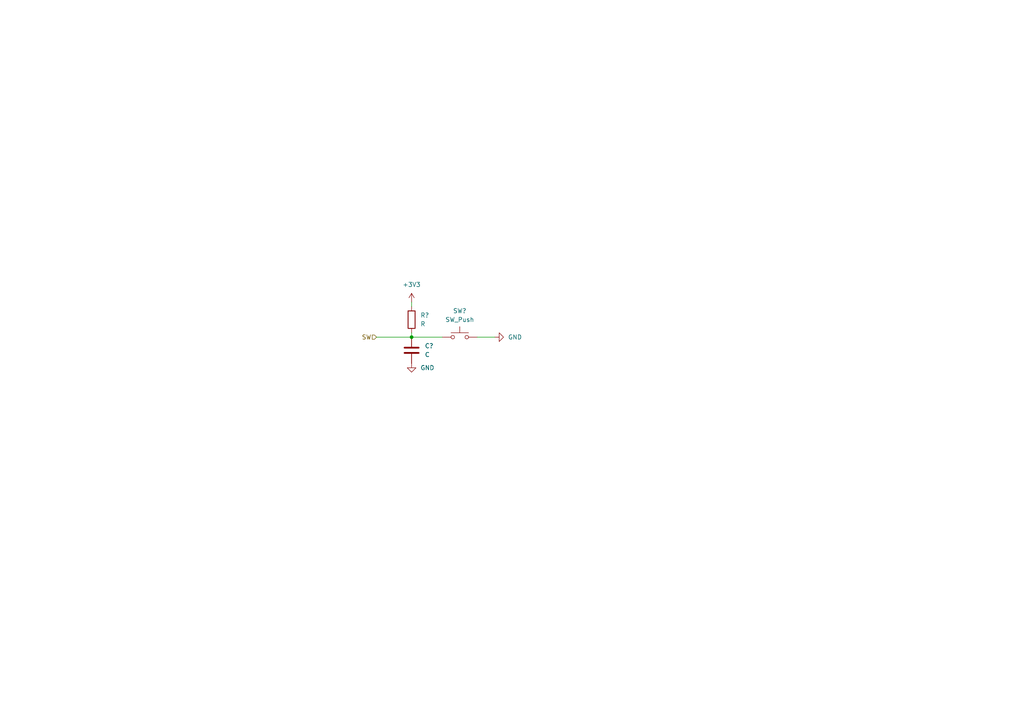
<source format=kicad_sch>
(kicad_sch (version 20211123) (generator eeschema)
  (paper "A4")
  (lib_symbols
    (symbol "Device:C" (pin_numbers hide) (pin_names (offset 0.254))
      (property "Reference" "C" (at 0.635 2.54 0))
      (property "Value" "C" (at 0.635 -2.54 0))
      (symbol "C_0_1"
        (polyline (pts (xy -2.032 -0.762) (xy 2.032 -0.762)) (stroke (width 0.508)))
        (polyline (pts (xy -2.032 0.762) (xy 2.032 0.762)) (stroke (width 0.508)))
      )
      (symbol "C_1_1"
        (pin passive line (at 0 3.81 270) (length 2.794) (name "~") (number "1"))
        (pin passive line (at 0 -3.81 90) (length 2.794) (name "~") (number "2"))
      )
    )
    (symbol "Device:R" (pin_numbers hide) (pin_names (offset 0))
      (property "Reference" "R" (at 2.032 0 90))
      (property "Value" "R" (at 0 0 90))
      (symbol "R_0_1"
        (rectangle (start -1.016 -2.54) (end 1.016 2.54) (stroke (width 0.254)))
      )
      (symbol "R_1_1"
        (pin passive line (at 0 3.81 270) (length 1.27) (name "~") (number "1"))
        (pin passive line (at 0 -3.81 90) (length 1.27) (name "~") (number "2"))
      )
    )
    (symbol "Switch:SW_Push" (pin_numbers hide) (pin_names (offset 1.016) hide)
      (property "Reference" "SW" (at 1.27 2.54 0))
      (property "Value" "SW_Push" (at 0 -1.524 0))
      (symbol "SW_Push_0_1"
        (circle (center -2.032 0) (radius 0.508))
        (polyline (pts (xy 0 1.27) (xy 0 3.048)))
        (polyline (pts (xy 2.54 1.27) (xy -2.54 1.27)))
        (circle (center 2.032 0) (radius 0.508))
        (pin passive line (at -5.08 0 0) (length 2.54) (name "1") (number "1"))
        (pin passive line (at 5.08 0 180) (length 2.54) (name "2") (number "2"))
      )
    )
    (symbol "power:+3V3" (power) (pin_names (offset 0))
      (property "Value" "+3V3" (at 0 3.556 0))
      (symbol "+3V3_0_1"
        (polyline (pts (xy -0.762 1.27) (xy 0 2.54)))
        (polyline (pts (xy 0 0) (xy 0 2.54)))
        (polyline (pts (xy 0 2.54) (xy 0.762 1.27)))
      )
      (symbol "+3V3_1_1"
        (pin power_in line (at 0 0 90) (length 0) hide (name "+3V3") (number "1"))
      )
    )
    (symbol "power:GND" (power) (pin_names (offset 0))
      (property "Value" "GND" (at 0 -3.81 0))
      (symbol "GND_0_1"
        (polyline (pts (xy 0 0) (xy 0 -1.27) (xy 1.27 -1.27) (xy 0 -2.54) (xy -1.27 -1.27) (xy 0 -1.27)))
      )
      (symbol "GND_1_1"
        (pin power_in line (at 0 0 270) (length 0) hide (name "GND") (number "1"))
      )
    )
  )
  (junction (at 119.38 97.79))
  (wire (pts (xy 119.38 97.79) (xy 128.27 97.79)))
  (wire (pts (xy 119.38 96.52) (xy 119.38 97.79)))
  (wire (pts (xy 109.22 97.79) (xy 119.38 97.79)))
  (wire (pts (xy 119.38 88.9) (xy 119.38 87.63)))
  (wire (pts (xy 138.43 97.79) (xy 143.51 97.79)))
  (hierarchical_label "SW" (shape input) (at 109.22 97.79 180))
  (symbol (lib_id "Switch:SW_Push") (at 133.35 97.79 0) (unit 1)
    (property "Reference" "SW?" (at 133.35 90.17 0))
    (property "Value" "SW_Push" (at 133.35 92.71 0))
    (property "Footprint" "keyswitches:Kailh_socket_PG1350_optional" (effects hide))
  )
  (symbol (lib_id "power:GND") (at 119.38 105.41 0) (unit 1)
    (property "Reference" "#PWR?" (effects hide))
    (property "Value" "GND" (at 121.92 106.6799 0) (effects (justify left)))
  )
  (symbol (lib_id "power:GND") (at 143.51 97.79 90) (unit 1)
    (property "Reference" "#PWR?" (effects hide))
    (property "Value" "GND" (at 147.32 97.7899 90) (effects (justify right)))
  )
  (symbol (lib_id "power:+3V3") (at 119.38 87.63 0) (unit 1)
    (property "Reference" "#PWR?" (effects hide))
    (property "Value" "+3V3" (at 119.38 82.55 0))
  )
  (symbol (lib_id "Device:C") (at 119.38 101.6 180) (unit 1)
    (property "Reference" "C?" (at 123.19 100.3299 0) (effects (justify right)))
    (property "Value" "C" (at 123.19 102.8699 0) (effects (justify right)))
  )
  (symbol (lib_id "Device:R") (at 119.38 92.71 0) (unit 1)
    (property "Reference" "R?" (at 121.92 91.4399 0) (effects (justify left)))
    (property "Value" "R" (at 121.92 93.9799 0) (effects (justify left)))
  )
)
</source>
